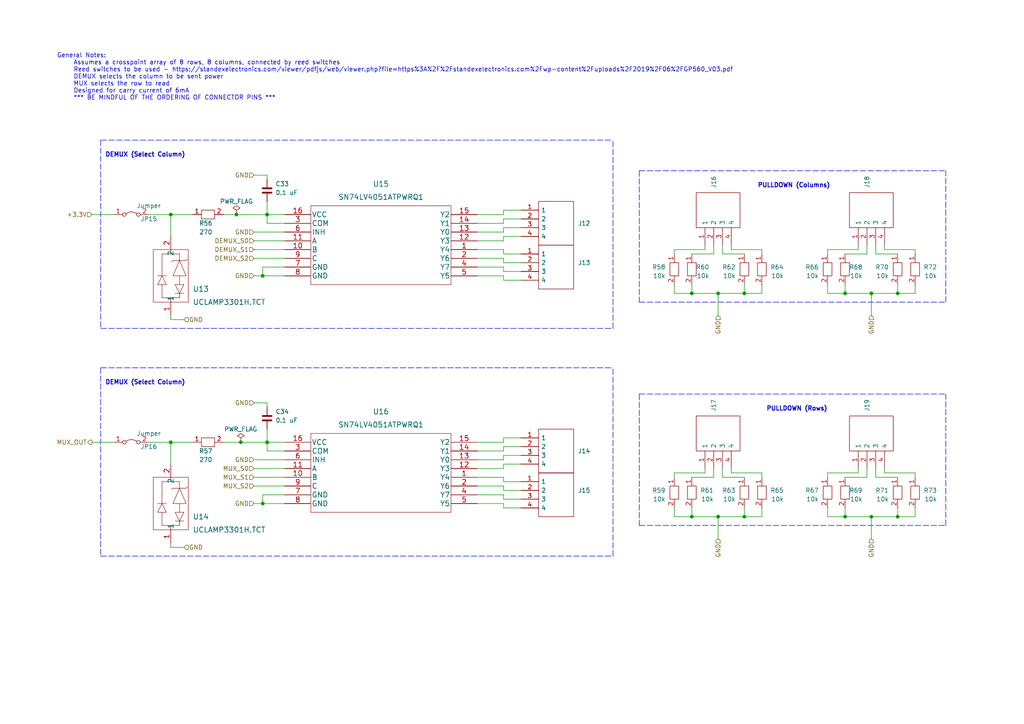
<source format=kicad_sch>
(kicad_sch (version 20211123) (generator eeschema)
  (paper "A4")
  (title_block (title "Sensor Network Subsystem") (company "The Great Gambit"))
  (lib_symbols
    (symbol "CL10B104KB8NNC:CL10B104KB8NNNC" (pin_numbers hide) (pin_names (offset 1.651) hide)
      (property "Reference" "C" (at 3.81 2.54 0))
      (property "Value" "CL10B104KB8NNNC" (at 3.81 -7.62 0))
      (symbol "CL10B104KB8NNNC_1_1"
        (polyline (pts (xy 2.54 -1.27) (xy 2.54 1.27)) (stroke (width 0.508)))
        (polyline (pts (xy 3.81 -1.27) (xy 3.81 1.27)) (stroke (width 0.508)))
        (pin passive line (at 0 0 0) (length 2.54) (name "1") (number "1"))
        (pin passive line (at 6.35 0 180) (length 2.54) (name "2") (number "2"))
      )
    )
    (symbol "OQ04325500000G:OQ0432500000G" (pin_names (offset 0.762))
      (property "Reference" "J" (at 16.51 7.62 0))
      (property "Value" "OQ0432500000G" (at 16.51 5.08 0))
      (symbol "OQ0432500000G_0_0"
        (pin passive line (at 0 0 0) (length 5.08) (name "1") (number "1"))
        (pin passive line (at 0 -2.54 0) (length 5.08) (name "2") (number "2"))
        (pin passive line (at 0 -5.08 0) (length 5.08) (name "3") (number "3"))
        (pin passive line (at 0 -7.62 0) (length 5.08) (name "4") (number "4"))
      )
      (symbol "OQ0432500000G_0_1"
        (polyline (pts (xy 5.08 2.54) (xy 15.24 2.54) (xy 15.24 -10.16) (xy 5.08 -10.16) (xy 5.08 2.54)) (stroke (width 0.1524)))
      )
    )
    (symbol "PH1-02-UA:PH1-02-UA"
      (property "Reference" "JP" (at 0 0 0))
      (property "Value" "PH1-02-UA" (at 0 0 0))
      (symbol "PH1-02-UA_0_0"
        (circle (center -2.032 2.54) (radius 0.508))
        (circle (center 2.032 2.54) (radius 0.508))
      )
      (symbol "PH1-02-UA_0_1"
        (arc (start 1.524 2.794) (mid 0 3.302) (end -1.524 2.794))
      )
      (symbol "PH1-02-UA_1_1"
        (pin passive line (at -5.08 2.54 0) (length 2.54) (name "") (number "1"))
        (pin passive line (at 5.08 2.54 180) (length 2.54) (name "") (number "2"))
      )
    )
    (symbol "RMCF1206FT10K0:10k" (pin_names (offset 0.762))
      (property "Reference" "R" (at 13.97 6.35 0))
      (property "Value" "10k" (at 13.97 3.81 0))
      (symbol "10k_0_0"
        (pin passive line (at 0 0 0) (length 2.45) (name "~") (number "1"))
        (pin passive line (at 8.89 0 180) (length 2.45) (name "~") (number "2"))
      )
      (symbol "10k_0_1"
        (polyline (pts (xy 2.54 1.27) (xy 6.35 1.27) (xy 6.35 -1.27) (xy 2.54 -1.27) (xy 2.54 1.27)) (stroke (width 0.1524)))
      )
    )
    (symbol "SDR10EZPJ271:SDR10EZPJ271" (pin_names (offset 0.762))
      (property "Reference" "R" (at 13.97 6.35 0))
      (property "Value" "SDR10EZPJ271" (at 13.97 3.81 0))
      (symbol "SDR10EZPJ271_0_0"
        (pin passive line (at 0 0 0) (length 2.45) (name "~") (number "1"))
        (pin passive line (at 8.89 0 180) (length 2.45) (name "~") (number "2"))
      )
      (symbol "SDR10EZPJ271_0_1"
        (polyline (pts (xy 2.54 1.27) (xy 6.35 1.27) (xy 6.35 -1.27) (xy 2.54 -1.27) (xy 2.54 1.27)) (stroke (width 0.1524)))
      )
    )
    (symbol "SN74LV4051ATPWRQ1:SN74LV4051ATPWRQ1" (pin_names (offset 0.254))
      (property "Reference" "U" (at 27.94 10.16 0))
      (property "Value" "SN74LV4051ATPWRQ1" (at 27.94 7.62 0))
      (symbol "SN74LV4051ATPWRQ1_1_1"
        (polyline (pts (xy 7.62 -17.78) (xy 48.26 -17.78)) (stroke (width 0.127)))
        (polyline (pts (xy 7.62 5.08) (xy 7.62 -17.78)) (stroke (width 0.127)))
        (polyline (pts (xy 48.26 -17.78) (xy 48.26 5.08)) (stroke (width 0.127)))
        (polyline (pts (xy 48.26 5.08) (xy 7.62 5.08)) (stroke (width 0.127)))
        (pin output line (at 55.88 -7.62 180) (length 7.62) (name "Y4") (number "1"))
        (pin input line (at 0 -7.62 0) (length 7.62) (name "B") (number "10"))
        (pin input line (at 0 -5.08 0) (length 7.62) (name "A") (number "11"))
        (pin output line (at 55.88 -5.08 180) (length 7.62) (name "Y3") (number "12"))
        (pin output line (at 55.88 -2.54 180) (length 7.62) (name "Y0") (number "13"))
        (pin output line (at 55.88 0 180) (length 7.62) (name "Y1") (number "14"))
        (pin output line (at 55.88 2.54 180) (length 7.62) (name "Y2") (number "15"))
        (pin power_in line (at 0 2.54 0) (length 7.62) (name "VCC") (number "16"))
        (pin output line (at 55.88 -10.16 180) (length 7.62) (name "Y6") (number "2"))
        (pin input line (at 0 0 0) (length 7.62) (name "COM") (number "3"))
        (pin output line (at 55.88 -12.7 180) (length 7.62) (name "Y7") (number "4"))
        (pin output line (at 55.88 -15.24 180) (length 7.62) (name "Y5") (number "5"))
        (pin input line (at 0 -2.54 0) (length 7.62) (name "INH") (number "6"))
        (pin power_in line (at 0 -12.7 0) (length 7.62) (name "GND") (number "7"))
        (pin power_in line (at 0 -15.24 0) (length 7.62) (name "GND") (number "8"))
        (pin input line (at 0 -10.16 0) (length 7.62) (name "C") (number "9"))
      )
    )
    (symbol "UCLAMP3301H-TCT:UCLAMP3301H.TCT" (pin_names (offset 0.254))
      (property "Reference" "U" (at 20.32 10.16 0))
      (property "Value" "UCLAMP3301H.TCT" (at 20.32 7.62 0))
      (symbol "UCLAMP3301H.TCT_0_1"
        (polyline (pts (xy 12.7 0) (xy 13.97 0)))
        (polyline (pts (xy 13.97 -2.54) (xy 15.24 -2.54)))
        (polyline (pts (xy 27.94 0) (xy 26.67 0)))
      )
      (symbol "UCLAMP3301H.TCT_1_1"
        (polyline (pts (xy 12.7 -5.08) (xy 27.94 -5.08)) (stroke (width 0.127)))
        (polyline (pts (xy 12.7 5.08) (xy 12.7 -5.08)) (stroke (width 0.127)))
        (polyline (pts (xy 13.97 0) (xy 13.97 -2.54)) (stroke (width 0.127)))
        (polyline (pts (xy 13.97 0) (xy 13.97 2.54)) (stroke (width 0.127)))
        (polyline (pts (xy 13.97 2.54) (xy 17.78 2.54)) (stroke (width 0.127)))
        (polyline (pts (xy 15.24 -2.54) (xy 15.24 -3.81)) (stroke (width 0.127)))
        (polyline (pts (xy 15.24 -2.54) (xy 15.24 -1.27)) (stroke (width 0.127)))
        (polyline (pts (xy 15.24 -2.54) (xy 17.78 -1.27)) (stroke (width 0.127)))
        (polyline (pts (xy 17.78 -3.81) (xy 15.24 -2.54)) (stroke (width 0.127)))
        (polyline (pts (xy 17.78 -2.54) (xy 20.32 -2.54)) (stroke (width 0.127)))
        (polyline (pts (xy 17.78 -1.27) (xy 17.78 -3.81)) (stroke (width 0.127)))
        (polyline (pts (xy 17.78 1.27) (xy 20.32 2.54)) (stroke (width 0.127)))
        (polyline (pts (xy 17.78 2.54) (xy 17.78 1.27)) (stroke (width 0.127)))
        (polyline (pts (xy 17.78 2.54) (xy 17.78 3.81)) (stroke (width 0.127)))
        (polyline (pts (xy 17.78 3.81) (xy 20.32 2.54)) (stroke (width 0.127)))
        (polyline (pts (xy 20.32 -4.445) (xy 24.765 -2.54)) (stroke (width 0.127)))
        (polyline (pts (xy 20.32 -2.54) (xy 20.32 -4.445)) (stroke (width 0.127)))
        (polyline (pts (xy 20.32 -2.54) (xy 20.32 -0.635)) (stroke (width 0.127)))
        (polyline (pts (xy 20.32 -0.635) (xy 24.765 -2.54)) (stroke (width 0.127)))
        (polyline (pts (xy 20.32 2.54) (xy 20.32 1.27)) (stroke (width 0.127)))
        (polyline (pts (xy 20.32 2.54) (xy 20.32 3.81)) (stroke (width 0.127)))
        (polyline (pts (xy 20.32 2.54) (xy 22.86 2.54)) (stroke (width 0.127)))
        (polyline (pts (xy 24.765 -4.445) (xy 24.765 -0.635)) (stroke (width 0.127)))
        (polyline (pts (xy 24.765 -4.445) (xy 25.146 -4.826)) (stroke (width 0.127)))
        (polyline (pts (xy 24.765 -2.54) (xy 26.67 -2.54)) (stroke (width 0.127)))
        (polyline (pts (xy 24.765 -0.635) (xy 24.384 -0.254)) (stroke (width 0.127)))
        (polyline (pts (xy 26.67 0) (xy 26.67 -2.54)) (stroke (width 0.127)))
        (polyline (pts (xy 26.67 0) (xy 26.67 2.54)) (stroke (width 0.127)))
        (polyline (pts (xy 26.67 2.54) (xy 22.86 2.54)) (stroke (width 0.127)))
        (polyline (pts (xy 27.94 -5.08) (xy 27.94 5.08)) (stroke (width 0.127)))
        (polyline (pts (xy 27.94 5.08) (xy 12.7 5.08)) (stroke (width 0.127)))
        (pin passive line (at 8.89 0 0) (length 3.8) (name "1") (number "1"))
        (pin passive line (at 31.75 0 180) (length 3.8) (name "2") (number "2"))
      )
    )
    (symbol "power:PWR_FLAG" (power) (pin_numbers hide) (pin_names (offset 0) hide)
      (property "Value" "PWR_FLAG" (at 0 3.81 0))
      (symbol "PWR_FLAG_0_0"
        (pin power_out line (at 0 0 90) (length 0) (name "pwr") (number "1"))
      )
      (symbol "PWR_FLAG_0_1"
        (polyline (pts (xy 0 0) (xy 0 1.27) (xy -1.016 1.905) (xy 0 2.54) (xy 1.016 1.905) (xy 0 1.27)))
      )
    )
  )
  (junction (at 215.9 149.86))
  (junction (at 252.73 149.86))
  (junction (at 245.11 85.09))
  (junction (at 260.35 85.09))
  (junction (at 252.73 85.09))
  (junction (at 260.35 149.86))
  (junction (at 208.28 85.09))
  (junction (at 77.47 128.27))
  (junction (at 208.28 149.86))
  (junction (at 200.66 149.86))
  (junction (at 49.53 128.27))
  (junction (at 215.9 85.09))
  (junction (at 49.53 62.23))
  (junction (at 76.2 146.05))
  (junction (at 76.2 80.01))
  (junction (at 200.66 85.09))
  (junction (at 245.11 149.86))
  (junction (at 69.85 128.27))
  (junction (at 77.47 62.23))
  (junction (at 68.58 62.23))
  (wire (pts (xy 207.01 138.43) (xy 207.01 135.89)))
  (wire (pts (xy 245.11 149.86) (xy 252.73 149.86)))
  (wire (pts (xy 208.28 149.86) (xy 215.9 149.86)))
  (wire (pts (xy 195.58 137.16) (xy 204.47 137.16)))
  (wire (pts (xy 138.43 133.35) (xy 146.05 133.35)))
  (wire (pts (xy 146.05 135.89) (xy 146.05 134.62)))
  (wire (pts (xy 245.11 138.43) (xy 251.46 138.43)))
  (polyline (pts (xy 185.42 114.3) (xy 274.32 114.3)))
  (wire (pts (xy 82.55 64.77) (xy 77.47 64.77)))
  (wire (pts (xy 146.05 140.97) (xy 146.05 142.24)))
  (wire (pts (xy 265.43 137.16) (xy 265.43 138.43)))
  (wire (pts (xy 77.47 50.8) (xy 73.66 50.8)))
  (wire (pts (xy 146.05 74.93) (xy 146.05 76.2)))
  (wire (pts (xy 248.92 137.16) (xy 248.92 135.89)))
  (wire (pts (xy 146.05 147.32) (xy 151.13 147.32)))
  (wire (pts (xy 76.2 80.01) (xy 73.66 80.01)))
  (wire (pts (xy 77.47 62.23) (xy 82.55 62.23)))
  (wire (pts (xy 73.66 135.89) (xy 82.55 135.89)))
  (wire (pts (xy 146.05 60.96) (xy 151.13 60.96)))
  (wire (pts (xy 207.01 73.66) (xy 207.01 71.12)))
  (wire (pts (xy 138.43 77.47) (xy 146.05 77.47)))
  (wire (pts (xy 77.47 116.84) (xy 73.66 116.84)))
  (wire (pts (xy 200.66 73.66) (xy 207.01 73.66)))
  (polyline (pts (xy 29.21 106.68) (xy 177.8 106.68)))
  (wire (pts (xy 49.53 92.71) (xy 53.34 92.71)))
  (wire (pts (xy 146.05 139.7) (xy 151.13 139.7)))
  (wire (pts (xy 212.09 137.16) (xy 220.98 137.16)))
  (wire (pts (xy 64.77 128.27) (xy 69.85 128.27)))
  (wire (pts (xy 251.46 138.43) (xy 251.46 135.89)))
  (wire (pts (xy 77.47 124.46) (xy 77.47 128.27)))
  (wire (pts (xy 138.43 135.89) (xy 146.05 135.89)))
  (wire (pts (xy 208.28 85.09) (xy 215.9 85.09)))
  (wire (pts (xy 146.05 130.81) (xy 146.05 129.54)))
  (wire (pts (xy 256.54 72.39) (xy 265.43 72.39)))
  (wire (pts (xy 138.43 64.77) (xy 146.05 64.77)))
  (wire (pts (xy 146.05 76.2) (xy 151.13 76.2)))
  (wire (pts (xy 146.05 80.01) (xy 146.05 81.28)))
  (polyline (pts (xy 274.32 152.4) (xy 274.32 114.3)))
  (wire (pts (xy 146.05 66.04) (xy 151.13 66.04)))
  (wire (pts (xy 69.85 128.27) (xy 77.47 128.27)))
  (wire (pts (xy 265.43 72.39) (xy 265.43 73.66)))
  (wire (pts (xy 195.58 149.86) (xy 200.66 149.86)))
  (polyline (pts (xy 185.42 87.63) (xy 274.32 87.63)))
  (wire (pts (xy 49.53 62.23) (xy 49.53 68.58)))
  (wire (pts (xy 138.43 138.43) (xy 146.05 138.43)))
  (wire (pts (xy 252.73 149.86) (xy 252.73 156.21)))
  (wire (pts (xy 82.55 77.47) (xy 76.2 77.47)))
  (wire (pts (xy 138.43 74.93) (xy 146.05 74.93)))
  (wire (pts (xy 256.54 71.12) (xy 256.54 72.39)))
  (wire (pts (xy 209.55 73.66) (xy 209.55 71.12)))
  (wire (pts (xy 26.67 62.23) (xy 33.02 62.23)))
  (wire (pts (xy 138.43 67.31) (xy 146.05 67.31)))
  (wire (pts (xy 138.43 80.01) (xy 146.05 80.01)))
  (wire (pts (xy 240.03 138.43) (xy 240.03 137.16)))
  (wire (pts (xy 49.53 91.44) (xy 49.53 92.71)))
  (wire (pts (xy 77.47 116.84) (xy 77.47 118.11)))
  (wire (pts (xy 260.35 149.86) (xy 265.43 149.86)))
  (wire (pts (xy 146.05 146.05) (xy 146.05 147.32)))
  (wire (pts (xy 77.47 128.27) (xy 82.55 128.27)))
  (polyline (pts (xy 177.8 161.29) (xy 177.8 106.68)))
  (wire (pts (xy 73.66 72.39) (xy 82.55 72.39)))
  (wire (pts (xy 254 73.66) (xy 260.35 73.66)))
  (wire (pts (xy 146.05 138.43) (xy 146.05 139.7)))
  (wire (pts (xy 204.47 72.39) (xy 204.47 71.12)))
  (wire (pts (xy 195.58 72.39) (xy 204.47 72.39)))
  (wire (pts (xy 256.54 137.16) (xy 265.43 137.16)))
  (wire (pts (xy 260.35 85.09) (xy 265.43 85.09)))
  (wire (pts (xy 146.05 63.5) (xy 151.13 63.5)))
  (wire (pts (xy 146.05 64.77) (xy 146.05 63.5)))
  (wire (pts (xy 252.73 85.09) (xy 260.35 85.09)))
  (wire (pts (xy 43.18 62.23) (xy 49.53 62.23)))
  (wire (pts (xy 195.58 82.55) (xy 195.58 85.09)))
  (wire (pts (xy 240.03 147.32) (xy 240.03 149.86)))
  (wire (pts (xy 73.66 69.85) (xy 82.55 69.85)))
  (wire (pts (xy 254 138.43) (xy 260.35 138.43)))
  (wire (pts (xy 76.2 146.05) (xy 82.55 146.05)))
  (polyline (pts (xy 274.32 87.63) (xy 274.32 49.53)))
  (wire (pts (xy 146.05 77.47) (xy 146.05 78.74)))
  (polyline (pts (xy 185.42 49.53) (xy 274.32 49.53)))
  (wire (pts (xy 146.05 142.24) (xy 151.13 142.24)))
  (wire (pts (xy 215.9 147.32) (xy 215.9 149.86)))
  (wire (pts (xy 76.2 80.01) (xy 82.55 80.01)))
  (wire (pts (xy 265.43 149.86) (xy 265.43 147.32)))
  (wire (pts (xy 245.11 85.09) (xy 252.73 85.09)))
  (wire (pts (xy 220.98 72.39) (xy 220.98 73.66)))
  (wire (pts (xy 146.05 134.62) (xy 151.13 134.62)))
  (wire (pts (xy 200.66 147.32) (xy 200.66 149.86)))
  (wire (pts (xy 200.66 149.86) (xy 208.28 149.86)))
  (wire (pts (xy 248.92 72.39) (xy 248.92 71.12)))
  (polyline (pts (xy 177.8 95.25) (xy 177.8 40.64)))
  (wire (pts (xy 138.43 146.05) (xy 146.05 146.05)))
  (wire (pts (xy 215.9 82.55) (xy 215.9 85.09)))
  (wire (pts (xy 76.2 143.51) (xy 76.2 146.05)))
  (wire (pts (xy 146.05 68.58) (xy 151.13 68.58)))
  (polyline (pts (xy 185.42 49.53) (xy 185.42 87.63)))
  (wire (pts (xy 146.05 72.39) (xy 146.05 73.66)))
  (wire (pts (xy 265.43 85.09) (xy 265.43 82.55)))
  (wire (pts (xy 260.35 147.32) (xy 260.35 149.86)))
  (wire (pts (xy 260.35 82.55) (xy 260.35 85.09)))
  (polyline (pts (xy 29.21 95.25) (xy 177.8 95.25)))
  (wire (pts (xy 77.47 50.8) (xy 77.47 52.07)))
  (wire (pts (xy 138.43 128.27) (xy 146.05 128.27)))
  (polyline (pts (xy 185.42 152.4) (xy 274.32 152.4)))
  (wire (pts (xy 49.53 128.27) (xy 49.53 134.62)))
  (wire (pts (xy 73.66 138.43) (xy 82.55 138.43)))
  (wire (pts (xy 73.66 74.93) (xy 82.55 74.93)))
  (wire (pts (xy 82.55 143.51) (xy 76.2 143.51)))
  (wire (pts (xy 195.58 138.43) (xy 195.58 137.16)))
  (wire (pts (xy 220.98 149.86) (xy 220.98 147.32)))
  (wire (pts (xy 209.55 138.43) (xy 209.55 135.89)))
  (polyline (pts (xy 185.42 114.3) (xy 185.42 152.4)))
  (wire (pts (xy 251.46 73.66) (xy 251.46 71.12)))
  (wire (pts (xy 220.98 137.16) (xy 220.98 138.43)))
  (wire (pts (xy 195.58 73.66) (xy 195.58 72.39)))
  (polyline (pts (xy 29.21 40.64) (xy 29.21 95.25)))
  (wire (pts (xy 245.11 73.66) (xy 251.46 73.66)))
  (wire (pts (xy 82.55 130.81) (xy 77.47 130.81)))
  (polyline (pts (xy 29.21 40.64) (xy 177.8 40.64)))
  (wire (pts (xy 77.47 64.77) (xy 77.47 62.23)))
  (wire (pts (xy 76.2 146.05) (xy 73.66 146.05)))
  (wire (pts (xy 200.66 85.09) (xy 208.28 85.09)))
  (wire (pts (xy 209.55 73.66) (xy 215.9 73.66)))
  (wire (pts (xy 26.67 128.27) (xy 33.02 128.27)))
  (wire (pts (xy 215.9 85.09) (xy 220.98 85.09)))
  (wire (pts (xy 254 73.66) (xy 254 71.12)))
  (wire (pts (xy 76.2 77.47) (xy 76.2 80.01)))
  (wire (pts (xy 240.03 72.39) (xy 248.92 72.39)))
  (wire (pts (xy 138.43 130.81) (xy 146.05 130.81)))
  (wire (pts (xy 146.05 81.28) (xy 151.13 81.28)))
  (wire (pts (xy 138.43 62.23) (xy 146.05 62.23)))
  (wire (pts (xy 146.05 67.31) (xy 146.05 66.04)))
  (wire (pts (xy 73.66 140.97) (xy 82.55 140.97)))
  (wire (pts (xy 208.28 149.86) (xy 208.28 156.21)))
  (wire (pts (xy 73.66 67.31) (xy 82.55 67.31)))
  (wire (pts (xy 138.43 72.39) (xy 146.05 72.39)))
  (wire (pts (xy 146.05 127) (xy 151.13 127)))
  (wire (pts (xy 212.09 71.12) (xy 212.09 72.39)))
  (wire (pts (xy 146.05 143.51) (xy 146.05 144.78)))
  (wire (pts (xy 49.53 62.23) (xy 55.88 62.23)))
  (wire (pts (xy 252.73 85.09) (xy 252.73 91.44)))
  (wire (pts (xy 245.11 147.32) (xy 245.11 149.86)))
  (wire (pts (xy 204.47 137.16) (xy 204.47 135.89)))
  (polyline (pts (xy 29.21 106.68) (xy 29.21 161.29)))
  (wire (pts (xy 240.03 85.09) (xy 245.11 85.09)))
  (wire (pts (xy 146.05 144.78) (xy 151.13 144.78)))
  (wire (pts (xy 138.43 69.85) (xy 146.05 69.85)))
  (wire (pts (xy 240.03 149.86) (xy 245.11 149.86)))
  (wire (pts (xy 146.05 73.66) (xy 151.13 73.66)))
  (wire (pts (xy 146.05 133.35) (xy 146.05 132.08)))
  (wire (pts (xy 146.05 129.54) (xy 151.13 129.54)))
  (wire (pts (xy 43.18 128.27) (xy 49.53 128.27)))
  (wire (pts (xy 146.05 62.23) (xy 146.05 60.96)))
  (wire (pts (xy 212.09 135.89) (xy 212.09 137.16)))
  (wire (pts (xy 146.05 69.85) (xy 146.05 68.58)))
  (wire (pts (xy 200.66 82.55) (xy 200.66 85.09)))
  (wire (pts (xy 254 138.43) (xy 254 135.89)))
  (wire (pts (xy 68.58 62.23) (xy 77.47 62.23)))
  (wire (pts (xy 77.47 58.42) (xy 77.47 62.23)))
  (wire (pts (xy 209.55 138.43) (xy 215.9 138.43)))
  (wire (pts (xy 146.05 78.74) (xy 151.13 78.74)))
  (wire (pts (xy 252.73 149.86) (xy 260.35 149.86)))
  (wire (pts (xy 195.58 147.32) (xy 195.58 149.86)))
  (wire (pts (xy 49.53 158.75) (xy 53.34 158.75)))
  (wire (pts (xy 64.77 62.23) (xy 68.58 62.23)))
  (polyline (pts (xy 29.21 161.29) (xy 177.8 161.29)))
  (wire (pts (xy 77.47 130.81) (xy 77.47 128.27)))
  (wire (pts (xy 49.53 128.27) (xy 55.88 128.27)))
  (wire (pts (xy 240.03 82.55) (xy 240.03 85.09)))
  (wire (pts (xy 245.11 82.55) (xy 245.11 85.09)))
  (wire (pts (xy 215.9 149.86) (xy 220.98 149.86)))
  (wire (pts (xy 195.58 85.09) (xy 200.66 85.09)))
  (wire (pts (xy 240.03 73.66) (xy 240.03 72.39)))
  (wire (pts (xy 138.43 140.97) (xy 146.05 140.97)))
  (wire (pts (xy 138.43 143.51) (xy 146.05 143.51)))
  (wire (pts (xy 146.05 132.08) (xy 151.13 132.08)))
  (wire (pts (xy 73.66 133.35) (xy 82.55 133.35)))
  (wire (pts (xy 146.05 128.27) (xy 146.05 127)))
  (wire (pts (xy 208.28 85.09) (xy 208.28 91.44)))
  (wire (pts (xy 212.09 72.39) (xy 220.98 72.39)))
  (wire (pts (xy 200.66 138.43) (xy 207.01 138.43)))
  (wire (pts (xy 49.53 157.48) (xy 49.53 158.75)))
  (wire (pts (xy 256.54 135.89) (xy 256.54 137.16)))
  (wire (pts (xy 240.03 137.16) (xy 248.92 137.16)))
  (wire (pts (xy 220.98 85.09) (xy 220.98 82.55)))
  (text "DEMUX (Select Column)" (at 30.48 45.72 0) (effects (font (size 1.27 1.27) (thickness 0.254) bold) (justify left bottom)))
  (text "General Notes:\n	Assumes a crosspoint array of 8 rows, 8 columns, connected by reed switches\n	Reed switches to be used - https://standexelectronics.com/viewer/pdfjs/web/viewer.php?file=https%3A%2F%2Fstandexelectronics.com%2Fwp-content%2Fuploads%2F2019%2F06%2FGP560_V03.pdf\n	DEMUX selects the column to be sent power\n	MUX selects the row to read\n	Designed for carry current of 6mA\n	*** BE MINDFUL OF THE ORDERING OF CONNECTOR PINS ***" (at 16.51 29.21 0) (effects (font (size 1.27 1.27)) (justify left bottom)))
  (text "DEMUX (Select Column)" (at 30.48 111.76 0) (effects (font (size 1.27 1.27) (thickness 0.254) bold) (justify left bottom)))
  (text "PULLDOWN (Columns)" (at 219.71 54.61 0) (effects (font (size 1.27 1.27) (thickness 0.254) bold) (justify left bottom)))
  (text "PULLDOWN (Rows)" (at 222.25 119.38 0) (effects (font (size 1.27 1.27) (thickness 0.254) bold) (justify left bottom)))
  (hierarchical_label "DEMUX_S0" (shape input) (at 73.66 69.85 180))
  (hierarchical_label "GND" (shape input) (at 73.66 50.8 180))
  (hierarchical_label "+3.3V" (shape input) (at 26.67 62.23 180))
  (hierarchical_label "DEMUX_S2" (shape input) (at 73.66 74.93 180))
  (hierarchical_label "GND" (shape input) (at 73.66 116.84 180))
  (hierarchical_label "GND" (shape input) (at 73.66 146.05 180))
  (hierarchical_label "GND" (shape input) (at 73.66 80.01 180))
  (hierarchical_label "MUX_S1" (shape input) (at 73.66 138.43 180))
  (hierarchical_label "GND" (shape input) (at 73.66 133.35 180))
  (hierarchical_label "GND" (shape input) (at 252.73 91.44 270))
  (hierarchical_label "GND" (shape input) (at 53.34 158.75 0))
  (hierarchical_label "GND" (shape input) (at 208.28 156.21 270))
  (hierarchical_label "DEMUX_S1" (shape input) (at 73.66 72.39 180))
  (hierarchical_label "MUX_OUT" (shape output) (at 26.67 128.27 180))
  (hierarchical_label "MUX_S0" (shape input) (at 73.66 135.89 180))
  (hierarchical_label "GND" (shape input) (at 53.34 92.71 0))
  (hierarchical_label "MUX_S2" (shape input) (at 73.66 140.97 180))
  (hierarchical_label "GND" (shape input) (at 208.28 91.44 270))
  (hierarchical_label "GND" (shape input) (at 73.66 67.31 180))
  (hierarchical_label "GND" (shape input) (at 252.73 156.21 270))
  (symbol (lib_id "RMCF1206FT10K0:10k") (at 265.43 138.43 270) (unit 1)
    (property "Reference" "R73" (at 271.78 142.24 90) (effects (justify right)))
    (property "Value" "10k" (at 271.78 144.78 90) (effects (justify right)))
    (property "Footprint" "RMCF1206FT10K0:RMCF1206FT10K0" (effects hide))
    (property "Datasheet" "https://www.seielect.com/catalog/sei-rmcf_rmcp.pdf" (effects hide))
    (property "Manufacturer's Part Number" "RMCF1206FT10K0" (effects hide))
    (property "Digikey Part Number" "RMCF1206FT10K0CT-ND" (effects hide))
    (property "Digikey Link" "https://www.digikey.com/en/products/detail/stackpole-electronics-inc/RMCF1206FT10K0/1759669" (effects hide))
  )
  (symbol (lib_id "RMCF1206FT10K0:10k") (at 260.35 138.43 270) (unit 1)
    (property "Reference" "R71" (at 257.81 142.24 90) (effects (justify right)))
    (property "Value" "10k" (at 257.81 144.78 90) (effects (justify right)))
    (property "Footprint" "RMCF1206FT10K0:RMCF1206FT10K0" (effects hide))
    (property "Datasheet" "https://www.seielect.com/catalog/sei-rmcf_rmcp.pdf" (effects hide))
    (property "Manufacturer's Part Number" "RMCF1206FT10K0" (effects hide))
    (property "Digikey Part Number" "RMCF1206FT10K0CT-ND" (effects hide))
    (property "Digikey Link" "https://www.digikey.com/en/products/detail/stackpole-electronics-inc/RMCF1206FT10K0/1759669" (effects hide))
  )
  (symbol (lib_id "PH1-02-UA:PH1-02-UA") (at 38.1 130.81 0) (unit 1)
    (property "Reference" "JP16" (at 43.18 129.54 0))
    (property "Value" "Jumper" (at 43.18 125.73 0))
    (property "Footprint" "TestPoint:TestPoint_2Pads_Pitch2.54mm_Drill0.8mm" (effects hide))
    (property "Datasheet" "https://app.adam-tech.com/products/download/data_sheet/201605/ph1-xx-ua-data-sheet.pdf" (effects hide))
    (property "Digikey Part Number" "2057-PH1-02-UA-ND" (effects hide))
    (property "Digikey Link" "https://www.digikey.com/en/products/detail/adam-tech/PH1-02-UA/9830266?s=N4IgTCBcDa4AwFYDsBaACgCQIwrmFAqgIIoByAIiALoC%2BQA" (effects hide))
    (property "Manufacturer's Part Number" "PH1-02-UA" (effects hide))
  )
  (symbol (lib_id "PH1-02-UA:PH1-02-UA") (at 38.1 64.77 0) (unit 1)
    (property "Reference" "JP15" (at 43.18 63.5 0))
    (property "Value" "Jumper" (at 43.18 59.69 0))
    (property "Footprint" "TestPoint:TestPoint_2Pads_Pitch2.54mm_Drill0.8mm" (effects hide))
    (property "Datasheet" "https://app.adam-tech.com/products/download/data_sheet/201605/ph1-xx-ua-data-sheet.pdf" (effects hide))
    (property "Digikey Part Number" "2057-PH1-02-UA-ND" (effects hide))
    (property "Digikey Link" "https://www.digikey.com/en/products/detail/adam-tech/PH1-02-UA/9830266?s=N4IgTCBcDa4AwFYDsBaACgCQIwrmFAqgIIoByAIiALoC%2BQA" (effects hide))
    (property "Manufacturer's Part Number" "PH1-02-UA" (effects hide))
  )
  (symbol (lib_id "power:PWR_FLAG") (at 68.58 62.23 0) (unit 1)
    (property "Reference" "#FLG0101" (effects hide))
    (property "Value" "PWR_FLAG" (at 68.58 58.42 0))
  )
  (symbol (lib_id "CL10B104KB8NNC:CL10B104KB8NNNC") (at 77.47 118.11 90) (mirror x) (unit 1)
    (property "Reference" "C34" (at 83.82 119.38 90) (effects (justify left)))
    (property "Value" "0.1 uF" (at 86.36 121.92 90) (effects (justify left)))
    (property "Footprint" "CL10B104KB8NNNC:CL10B104KB8NNNC" (effects hide))
    (property "Datasheet" "https://media.digikey.com/pdf/Data%20Sheets/Samsung%20PDFs/CL10B104KB8NNNC_Spec.pdf" (effects hide))
    (property "Manufacturer's Part Number" "CL10B104KB8NNNC" (effects hide))
    (property "Digikey Part Number" "1276-1000-1-ND" (effects hide))
    (property "Mouser Part Number" "187-CL10B104KB8NNNC" (effects hide))
    (property "Digikey Link" "https://www.digikey.com/en/products/detail/samsung-electro-mechanics/CL10B104KB8NNNC/3886658?s=N4IgTCBcDaIMIBkCMAGAQqgLAaTQDgDki4QBdAXyA" (effects hide))
    (property "Mouser Link" "https://www.mouser.com/ProductDetail/Samsung-Electro-Mechanics/CL10B104KB8NNNC?qs=349EhDEZ59rvGc2rLwVOdA%3D%3D" (effects hide))
  )
  (symbol (lib_id "OQ04325500000G:OQ0432500000G") (at 151.13 60.96 0) (unit 1)
    (property "Reference" "J12" (at 167.64 64.7699 0) (effects (justify left)))
    (property "Value" "OQ0432500000G" (effects hide))
    (property "Footprint" "OQ0432500000G:RHDR4W80P0X381_1X4_1540X700X920P" (effects hide))
    (property "Datasheet" "https://www.mouser.com/datasheet/2/18/1/Msay_ptCL4tp-1379199.pdf" (effects hide))
    (property "Mouser Part Number" "649-220107-D041A01LF" (effects hide))
    (property "Digikey Part Number" "609-3810-ND" (effects hide))
    (property "Digikey Link" "https://www.digikey.com/en/products/detail/amphenol-anytek/OQ0432500000G/2261265" (effects hide))
    (property "Mouser Link" "https://www.mouser.com/ProductDetail/Amphenol-Anytek/OQ0432500000G?qs=Mv7BduZupUhaPicvo3xrhg%3D%3D" (effects hide))
    (property "Manufacturer's Part Number" "OQ0432500000G" (effects hide))
  )
  (symbol (lib_id "RMCF1206FT10K0:10k") (at 260.35 73.66 270) (unit 1)
    (property "Reference" "R70" (at 257.81 77.47 90) (effects (justify right)))
    (property "Value" "10k" (at 257.81 80.01 90) (effects (justify right)))
    (property "Footprint" "RMCF1206FT10K0:RMCF1206FT10K0" (effects hide))
    (property "Datasheet" "https://www.seielect.com/catalog/sei-rmcf_rmcp.pdf" (effects hide))
    (property "Manufacturer's Part Number" "RMCF1206FT10K0" (effects hide))
    (property "Digikey Part Number" "RMCF1206FT10K0CT-ND" (effects hide))
    (property "Digikey Link" "https://www.digikey.com/en/products/detail/stackpole-electronics-inc/RMCF1206FT10K0/1759669" (effects hide))
  )
  (symbol (lib_id "RMCF1206FT10K0:10k") (at 195.58 73.66 270) (unit 1)
    (property "Reference" "R58" (at 193.04 77.47 90) (effects (justify right)))
    (property "Value" "10k" (at 193.04 80.01 90) (effects (justify right)))
    (property "Footprint" "RMCF1206FT10K0:RMCF1206FT10K0" (effects hide))
    (property "Datasheet" "https://www.seielect.com/catalog/sei-rmcf_rmcp.pdf" (effects hide))
    (property "Manufacturer's Part Number" "RMCF1206FT10K0" (effects hide))
    (property "Digikey Part Number" "RMCF1206FT10K0CT-ND" (effects hide))
    (property "Digikey Link" "https://www.digikey.com/en/products/detail/stackpole-electronics-inc/RMCF1206FT10K0/1759669" (effects hide))
  )
  (symbol (lib_id "UCLAMP3301H-TCT:UCLAMP3301H.TCT") (at 49.53 166.37 90) (unit 1)
    (property "Reference" "U14" (at 55.88 149.86 90) (effects (font (size 1.524 1.524)) (justify right)))
    (property "Value" "UCLAMP3301H.TCT" (at 55.88 153.67 90) (effects (font (size 1.524 1.524)) (justify right)))
    (property "Footprint" "UCLAMP3310H-TCT:UCLAMP3301H.TCT" (effects hide))
    (property "Datasheet" "https://semtech.my.salesforce.com/sfc/p/#E0000000JelG/a/44000000MDWf/s0KJxyOHQyYOcvBXVBK9X3X8Cxj1gNltZ2vd2k1S0Wo" (effects hide))
    (property "Digikey Part Number" "UCLAMP3301HDKR-ND" (effects hide))
    (property "Mouser Part Number" " 947-UCLAMP3301H.TCT " (effects hide))
    (property "Digikey Link" "https://www.digikey.com/en/products/detail/semtech-corporation/UCLAMP3301H-TCT/1000952" (effects hide))
    (property "Mouser Link" "https://www.mouser.com/ProductDetail/Semtech/UCLAMP3301H.TCT?qs=rBWM4%252BvDhIeimYmappCp5Q%3D%3D" (effects hide))
    (property "Manufacturer's Part Number" "UCLAMP3301H.TCT" (effects hide))
  )
  (symbol (lib_id "RMCF1206FT10K0:10k") (at 200.66 138.43 270) (unit 1)
    (property "Reference" "R61" (at 207.01 142.24 90) (effects (justify right)))
    (property "Value" "10k" (at 207.01 144.78 90) (effects (justify right)))
    (property "Footprint" "RMCF1206FT10K0:RMCF1206FT10K0" (effects hide))
    (property "Datasheet" "https://www.seielect.com/catalog/sei-rmcf_rmcp.pdf" (effects hide))
    (property "Manufacturer's Part Number" "RMCF1206FT10K0" (effects hide))
    (property "Digikey Part Number" "RMCF1206FT10K0CT-ND" (effects hide))
    (property "Digikey Link" "https://www.digikey.com/en/products/detail/stackpole-electronics-inc/RMCF1206FT10K0/1759669" (effects hide))
  )
  (symbol (lib_id "SDR10EZPJ271:SDR10EZPJ271") (at 55.88 62.23 0) (unit 1)
    (property "Reference" "R56" (at 59.69 64.77 0))
    (property "Value" "270" (at 59.69 67.31 0))
    (property "Footprint" "SDR10EZPJ271:RESC2012X65N" (effects hide))
    (property "Datasheet" "https://fscdn.rohm.com/en/products/databook/datasheet/passive/resistor/chip_resistor/sdr-e.pdf" (effects hide))
    (property "Manufacturer's Part Number" "SDR10EZPJ271" (effects hide))
    (property "Digikey Part Number" "511-SDR10EZPJ271CT-ND" (effects hide))
    (property "Mouser Part Number" " 755-SDR10EZPJ271" (effects hide))
    (property "Digikey Link" "https://www.digikey.com/en/products/detail/rohm-semiconductor/SDR10EZPJ271/16180210?s=N4IgTCBcDaIMoBEBKBGADAUQFoAUBSYA7CgAQgC6AvkA" (effects hide))
    (property "Mouser Link" "https://www.mouser.com/ProductDetail/ROHM-Semiconductor/SDR10EZPJ271?qs=MyNHzdoqoQIitTVxkpo4CQ%3D%3D" (effects hide))
  )
  (symbol (lib_id "RMCF1206FT10K0:10k") (at 215.9 73.66 270) (unit 1)
    (property "Reference" "R62" (at 213.36 77.47 90) (effects (justify right)))
    (property "Value" "10k" (at 213.36 80.01 90) (effects (justify right)))
    (property "Footprint" "RMCF1206FT10K0:RMCF1206FT10K0" (effects hide))
    (property "Datasheet" "https://www.seielect.com/catalog/sei-rmcf_rmcp.pdf" (effects hide))
    (property "Manufacturer's Part Number" "RMCF1206FT10K0" (effects hide))
    (property "Digikey Part Number" "RMCF1206FT10K0CT-ND" (effects hide))
    (property "Digikey Link" "https://www.digikey.com/en/products/detail/stackpole-electronics-inc/RMCF1206FT10K0/1759669" (effects hide))
  )
  (symbol (lib_id "SDR10EZPJ271:SDR10EZPJ271") (at 55.88 128.27 0) (unit 1)
    (property "Reference" "R57" (at 59.69 130.81 0))
    (property "Value" "270" (at 59.69 133.35 0))
    (property "Footprint" "SDR10EZPJ271:RESC2012X65N" (effects hide))
    (property "Datasheet" "https://fscdn.rohm.com/en/products/databook/datasheet/passive/resistor/chip_resistor/sdr-e.pdf" (effects hide))
    (property "Manufacturer's Part Number" "SDR10EZPJ271" (effects hide))
    (property "Digikey Part Number" "511-SDR10EZPJ271CT-ND" (effects hide))
    (property "Mouser Part Number" " 755-SDR10EZPJ271" (effects hide))
    (property "Digikey Link" "https://www.digikey.com/en/products/detail/rohm-semiconductor/SDR10EZPJ271/16180210?s=N4IgTCBcDaIMoBEBKBGADAUQFoAUBSYA7CgAQgC6AvkA" (effects hide))
    (property "Mouser Link" "https://www.mouser.com/ProductDetail/ROHM-Semiconductor/SDR10EZPJ271?qs=MyNHzdoqoQIitTVxkpo4CQ%3D%3D" (effects hide))
  )
  (symbol (lib_id "RMCF1206FT10K0:10k") (at 265.43 73.66 270) (unit 1)
    (property "Reference" "R72" (at 271.78 77.47 90) (effects (justify right)))
    (property "Value" "10k" (at 271.78 80.01 90) (effects (justify right)))
    (property "Footprint" "RMCF1206FT10K0:RMCF1206FT10K0" (effects hide))
    (property "Datasheet" "https://www.seielect.com/catalog/sei-rmcf_rmcp.pdf" (effects hide))
    (property "Manufacturer's Part Number" "RMCF1206FT10K0" (effects hide))
    (property "Digikey Part Number" "RMCF1206FT10K0CT-ND" (effects hide))
    (property "Digikey Link" "https://www.digikey.com/en/products/detail/stackpole-electronics-inc/RMCF1206FT10K0/1759669" (effects hide))
  )
  (symbol (lib_id "RMCF1206FT10K0:10k") (at 220.98 73.66 270) (unit 1)
    (property "Reference" "R64" (at 227.33 77.47 90) (effects (justify right)))
    (property "Value" "10k" (at 227.33 80.01 90) (effects (justify right)))
    (property "Footprint" "RMCF1206FT10K0:RMCF1206FT10K0" (effects hide))
    (property "Datasheet" "https://www.seielect.com/catalog/sei-rmcf_rmcp.pdf" (effects hide))
    (property "Manufacturer's Part Number" "RMCF1206FT10K0" (effects hide))
    (property "Digikey Part Number" "RMCF1206FT10K0CT-ND" (effects hide))
    (property "Digikey Link" "https://www.digikey.com/en/products/detail/stackpole-electronics-inc/RMCF1206FT10K0/1759669" (effects hide))
  )
  (symbol (lib_id "SN74LV4051ATPWRQ1:SN74LV4051ATPWRQ1") (at 82.55 64.77 0) (unit 1)
    (property "Reference" "U15" (at 110.49 53.34 0) (effects (font (size 1.524 1.524))))
    (property "Value" "SN74LV4051ATPWRQ1" (at 110.49 57.15 0) (effects (font (size 1.524 1.524))))
    (property "Footprint" "SN74LV4051ATPWRQ1:SN74LV4051ATPWRQ1" (effects hide))
    (property "Datasheet" "https://www.ti.com/lit/ds/symlink/sn74lv4051a-q1.pdf?HQS=dis-dk-null-digikeymode-dsf-pf-null-wwe&ts=1668217470253&ref_url=https%253A%252F%252Fwww.ti.com%252Fgeneral%252Fdocs%252Fsuppproductinfo.tsp%253FdistId%253D10%2526gotoUrl%253Dhttps%253A%252F%252Fwww.ti.com%252Flit%252Fgpn%252Fsn74lv4051a-q1" (effects hide))
    (property "Manufacturer's Part Number" "SN74LV4051ATPWRQ1" (effects hide))
    (property "Digikey Part Number" "296-19260-1-ND" (effects hide))
    (property "Mouser Part Number" " 595-SN74LV4051ATPWRQ " (effects hide))
    (property "Digikey Link" "https://www.digikey.com/en/products/detail/texas-instruments/SN74LV4051ATPWRQ1/864262" (effects hide))
    (property "Mouser Link" "https://www.mouser.com/ProductDetail/Texas-Instruments/SN74LV4051ATPWRQ1?qs=Dqy2GfToSoQdMFAuPwiuRw%3D%3D" (effects hide))
  )
  (symbol (lib_id "OQ04325500000G:OQ0432500000G") (at 151.13 127 0) (unit 1)
    (property "Reference" "J14" (at 167.64 130.8099 0) (effects (justify left)))
    (property "Value" "OQ0432500000G" (effects hide))
    (property "Footprint" "OQ0432500000G:RHDR4W80P0X381_1X4_1540X700X920P" (effects hide))
    (property "Datasheet" "https://www.mouser.com/datasheet/2/18/1/Msay_ptCL4tp-1379199.pdf" (effects hide))
    (property "Mouser Part Number" "649-220107-D041A01LF" (effects hide))
    (property "Digikey Part Number" "609-3810-ND" (effects hide))
    (property "Digikey Link" "https://www.digikey.com/en/products/detail/amphenol-anytek/OQ0432500000G/2261265" (effects hide))
    (property "Mouser Link" "https://www.mouser.com/ProductDetail/Amphenol-Anytek/OQ0432500000G?qs=Mv7BduZupUhaPicvo3xrhg%3D%3D" (effects hide))
    (property "Manufacturer's Part Number" "OQ0432500000G" (effects hide))
  )
  (symbol (lib_id "UCLAMP3301H-TCT:UCLAMP3301H.TCT") (at 49.53 100.33 90) (unit 1)
    (property "Reference" "U13" (at 55.88 83.82 90) (effects (font (size 1.524 1.524)) (justify right)))
    (property "Value" "UCLAMP3301H.TCT" (at 55.88 87.63 90) (effects (font (size 1.524 1.524)) (justify right)))
    (property "Footprint" "UCLAMP3310H-TCT:UCLAMP3301H.TCT" (effects hide))
    (property "Datasheet" "https://semtech.my.salesforce.com/sfc/p/#E0000000JelG/a/44000000MDWf/s0KJxyOHQyYOcvBXVBK9X3X8Cxj1gNltZ2vd2k1S0Wo" (effects hide))
    (property "Digikey Part Number" "UCLAMP3301HDKR-ND" (effects hide))
    (property "Mouser Part Number" " 947-UCLAMP3301H.TCT " (effects hide))
    (property "Digikey Link" "https://www.digikey.com/en/products/detail/semtech-corporation/UCLAMP3301H-TCT/1000952" (effects hide))
    (property "Mouser Link" "https://www.mouser.com/ProductDetail/Semtech/UCLAMP3301H.TCT?qs=rBWM4%252BvDhIeimYmappCp5Q%3D%3D" (effects hide))
    (property "Manufacturer's Part Number" "UCLAMP3301H.TCT" (effects hide))
  )
  (symbol (lib_id "OQ04325500000G:OQ0432500000G") (at 151.13 139.7 0) (unit 1)
    (property "Reference" "J15" (at 167.64 142.2399 0) (effects (justify left)))
    (property "Value" "OQ0432500000G" (effects hide))
    (property "Footprint" "OQ0432500000G:RHDR4W80P0X381_1X4_1540X700X920P" (effects hide))
    (property "Datasheet" "https://www.mouser.com/datasheet/2/18/1/Msay_ptCL4tp-1379199.pdf" (effects hide))
    (property "Mouser Part Number" "649-220107-D041A01LF" (effects hide))
    (property "Digikey Part Number" "609-3810-ND" (effects hide))
    (property "Digikey Link" "https://www.digikey.com/en/products/detail/amphenol-anytek/OQ0432500000G/2261265" (effects hide))
    (property "Mouser Link" "https://www.mouser.com/ProductDetail/Amphenol-Anytek/OQ0432500000G?qs=Mv7BduZupUhaPicvo3xrhg%3D%3D" (effects hide))
    (property "Manufacturer's Part Number" "OQ0432500000G" (effects hide))
  )
  (symbol (lib_id "RMCF1206FT10K0:10k") (at 245.11 73.66 270) (unit 1)
    (property "Reference" "R68" (at 250.19 77.47 90) (effects (justify right)))
    (property "Value" "10k" (at 250.19 80.01 90) (effects (justify right)))
    (property "Footprint" "RMCF1206FT10K0:RMCF1206FT10K0" (effects hide))
    (property "Datasheet" "https://www.seielect.com/catalog/sei-rmcf_rmcp.pdf" (effects hide))
    (property "Manufacturer's Part Number" "RMCF1206FT10K0" (effects hide))
    (property "Digikey Part Number" "RMCF1206FT10K0CT-ND" (effects hide))
    (property "Digikey Link" "https://www.digikey.com/en/products/detail/stackpole-electronics-inc/RMCF1206FT10K0/1759669" (effects hide))
  )
  (symbol (lib_id "RMCF1206FT10K0:10k") (at 215.9 138.43 270) (unit 1)
    (property "Reference" "R63" (at 213.36 142.24 90) (effects (justify right)))
    (property "Value" "10k" (at 213.36 144.78 90) (effects (justify right)))
    (property "Footprint" "RMCF1206FT10K0:RMCF1206FT10K0" (effects hide))
    (property "Datasheet" "https://www.seielect.com/catalog/sei-rmcf_rmcp.pdf" (effects hide))
    (property "Manufacturer's Part Number" "RMCF1206FT10K0" (effects hide))
    (property "Digikey Part Number" "RMCF1206FT10K0CT-ND" (effects hide))
    (property "Digikey Link" "https://www.digikey.com/en/products/detail/stackpole-electronics-inc/RMCF1206FT10K0/1759669" (effects hide))
  )
  (symbol (lib_id "SN74LV4051ATPWRQ1:SN74LV4051ATPWRQ1") (at 82.55 130.81 0) (unit 1)
    (property "Reference" "U16" (at 110.49 119.38 0) (effects (font (size 1.524 1.524))))
    (property "Value" "SN74LV4051ATPWRQ1" (at 110.49 123.19 0) (effects (font (size 1.524 1.524))))
    (property "Footprint" "SN74LV4051ATPWRQ1:SN74LV4051ATPWRQ1" (effects hide))
    (property "Datasheet" "https://www.ti.com/lit/ds/symlink/sn74lv4051a-q1.pdf?HQS=dis-dk-null-digikeymode-dsf-pf-null-wwe&ts=1668217470253&ref_url=https%253A%252F%252Fwww.ti.com%252Fgeneral%252Fdocs%252Fsuppproductinfo.tsp%253FdistId%253D10%2526gotoUrl%253Dhttps%253A%252F%252Fwww.ti.com%252Flit%252Fgpn%252Fsn74lv4051a-q1" (effects hide))
    (property "Manufacturer's Part Number" "SN74LV4051ATPWRQ1" (effects hide))
    (property "Digikey Part Number" "296-19260-1-ND" (effects hide))
    (property "Mouser Part Number" " 595-SN74LV4051ATPWRQ " (effects hide))
    (property "Digikey Link" "https://www.digikey.com/en/products/detail/texas-instruments/SN74LV4051ATPWRQ1/864262" (effects hide))
    (property "Mouser Link" "https://www.mouser.com/ProductDetail/Texas-Instruments/SN74LV4051ATPWRQ1?qs=Dqy2GfToSoQdMFAuPwiuRw%3D%3D" (effects hide))
  )
  (symbol (lib_id "power:PWR_FLAG") (at 69.85 128.27 0) (unit 1)
    (property "Reference" "#FLG0102" (effects hide))
    (property "Value" "PWR_FLAG" (at 69.85 124.46 0))
  )
  (symbol (lib_id "OQ04325500000G:OQ0432500000G") (at 248.92 135.89 90) (unit 1)
    (property "Reference" "J19" (at 251.4599 119.38 0) (effects (justify left)))
    (property "Value" "OQ0432500000G" (effects hide))
    (property "Footprint" "OQ0432500000G:RHDR4W80P0X381_1X4_1540X700X920P" (effects hide))
    (property "Datasheet" "https://www.mouser.com/datasheet/2/18/1/Msay_ptCL4tp-1379199.pdf" (effects hide))
    (property "Mouser Part Number" "649-220107-D041A01LF" (effects hide))
    (property "Digikey Part Number" "609-3810-ND" (effects hide))
    (property "Digikey Link" "https://www.digikey.com/en/products/detail/amphenol-anytek/OQ0432500000G/2261265" (effects hide))
    (property "Mouser Link" "https://www.mouser.com/ProductDetail/Amphenol-Anytek/OQ0432500000G?qs=Mv7BduZupUhaPicvo3xrhg%3D%3D" (effects hide))
    (property "Manufacturer's Part Number" "OQ0432500000G" (effects hide))
  )
  (symbol (lib_id "RMCF1206FT10K0:10k") (at 200.66 73.66 270) (unit 1)
    (property "Reference" "R60" (at 205.74 77.47 90) (effects (justify right)))
    (property "Value" "10k" (at 205.74 80.01 90) (effects (justify right)))
    (property "Footprint" "RMCF1206FT10K0:RMCF1206FT10K0" (effects hide))
    (property "Datasheet" "https://www.seielect.com/catalog/sei-rmcf_rmcp.pdf" (effects hide))
    (property "Manufacturer's Part Number" "RMCF1206FT10K0" (effects hide))
    (property "Digikey Part Number" "RMCF1206FT10K0CT-ND" (effects hide))
    (property "Digikey Link" "https://www.digikey.com/en/products/detail/stackpole-electronics-inc/RMCF1206FT10K0/1759669" (effects hide))
  )
  (symbol (lib_id "OQ04325500000G:OQ0432500000G") (at 204.47 135.89 90) (unit 1)
    (property "Reference" "J17" (at 207.0099 119.38 0) (effects (justify left)))
    (property "Value" "OQ0432500000G" (effects hide))
    (property "Footprint" "OQ0432500000G:RHDR4W80P0X381_1X4_1540X700X920P" (effects hide))
    (property "Datasheet" "https://www.mouser.com/datasheet/2/18/1/Msay_ptCL4tp-1379199.pdf" (effects hide))
    (property "Mouser Part Number" "649-220107-D041A01LF" (effects hide))
    (property "Digikey Part Number" "609-3810-ND" (effects hide))
    (property "Digikey Link" "https://www.digikey.com/en/products/detail/amphenol-anytek/OQ0432500000G/2261265" (effects hide))
    (property "Mouser Link" "https://www.mouser.com/ProductDetail/Amphenol-Anytek/OQ0432500000G?qs=Mv7BduZupUhaPicvo3xrhg%3D%3D" (effects hide))
    (property "Manufacturer's Part Number" "OQ0432500000G" (effects hide))
  )
  (symbol (lib_id "OQ04325500000G:OQ0432500000G") (at 248.92 71.12 90) (unit 1)
    (property "Reference" "J18" (at 251.4599 54.61 0) (effects (justify left)))
    (property "Value" "OQ0432500000G" (effects hide))
    (property "Footprint" "OQ0432500000G:RHDR4W80P0X381_1X4_1540X700X920P" (effects hide))
    (property "Datasheet" "https://www.mouser.com/datasheet/2/18/1/Msay_ptCL4tp-1379199.pdf" (effects hide))
    (property "Mouser Part Number" "649-220107-D041A01LF" (effects hide))
    (property "Digikey Part Number" "609-3810-ND" (effects hide))
    (property "Digikey Link" "https://www.digikey.com/en/products/detail/amphenol-anytek/OQ0432500000G/2261265" (effects hide))
    (property "Mouser Link" "https://www.mouser.com/ProductDetail/Amphenol-Anytek/OQ0432500000G?qs=Mv7BduZupUhaPicvo3xrhg%3D%3D" (effects hide))
    (property "Manufacturer's Part Number" "OQ0432500000G" (effects hide))
  )
  (symbol (lib_id "RMCF1206FT10K0:10k") (at 240.03 73.66 270) (unit 1)
    (property "Reference" "R66" (at 237.49 77.47 90) (effects (justify right)))
    (property "Value" "10k" (at 237.49 80.01 90) (effects (justify right)))
    (property "Footprint" "RMCF1206FT10K0:RMCF1206FT10K0" (effects hide))
    (property "Datasheet" "https://www.seielect.com/catalog/sei-rmcf_rmcp.pdf" (effects hide))
    (property "Manufacturer's Part Number" "RMCF1206FT10K0" (effects hide))
    (property "Digikey Part Number" "RMCF1206FT10K0CT-ND" (effects hide))
    (property "Digikey Link" "https://www.digikey.com/en/products/detail/stackpole-electronics-inc/RMCF1206FT10K0/1759669" (effects hide))
  )
  (symbol (lib_id "RMCF1206FT10K0:10k") (at 245.11 138.43 270) (unit 1)
    (property "Reference" "R69" (at 250.19 142.24 90) (effects (justify right)))
    (property "Value" "10k" (at 250.19 144.78 90) (effects (justify right)))
    (property "Footprint" "RMCF1206FT10K0:RMCF1206FT10K0" (effects hide))
    (property "Datasheet" "https://www.seielect.com/catalog/sei-rmcf_rmcp.pdf" (effects hide))
    (property "Manufacturer's Part Number" "RMCF1206FT10K0" (effects hide))
    (property "Digikey Part Number" "RMCF1206FT10K0CT-ND" (effects hide))
    (property "Digikey Link" "https://www.digikey.com/en/products/detail/stackpole-electronics-inc/RMCF1206FT10K0/1759669" (effects hide))
  )
  (symbol (lib_id "OQ04325500000G:OQ0432500000G") (at 151.13 73.66 0) (unit 1)
    (property "Reference" "J13" (at 167.64 76.1999 0) (effects (justify left)))
    (property "Value" "OQ0432500000G" (effects hide))
    (property "Footprint" "OQ0432500000G:RHDR4W80P0X381_1X4_1540X700X920P" (effects hide))
    (property "Datasheet" "https://www.mouser.com/datasheet/2/18/1/Msay_ptCL4tp-1379199.pdf" (effects hide))
    (property "Mouser Part Number" "649-220107-D041A01LF" (effects hide))
    (property "Digikey Part Number" "609-3810-ND" (effects hide))
    (property "Digikey Link" "https://www.digikey.com/en/products/detail/amphenol-anytek/OQ0432500000G/2261265" (effects hide))
    (property "Mouser Link" "https://www.mouser.com/ProductDetail/Amphenol-Anytek/OQ0432500000G?qs=Mv7BduZupUhaPicvo3xrhg%3D%3D" (effects hide))
    (property "Manufacturer's Part Number" "OQ0432500000G" (effects hide))
  )
  (symbol (lib_id "RMCF1206FT10K0:10k") (at 220.98 138.43 270) (unit 1)
    (property "Reference" "R65" (at 227.33 142.24 90) (effects (justify right)))
    (property "Value" "10k" (at 227.33 144.78 90) (effects (justify right)))
    (property "Footprint" "RMCF1206FT10K0:RMCF1206FT10K0" (effects hide))
    (property "Datasheet" "https://www.seielect.com/catalog/sei-rmcf_rmcp.pdf" (effects hide))
    (property "Manufacturer's Part Number" "RMCF1206FT10K0" (effects hide))
    (property "Digikey Part Number" "RMCF1206FT10K0CT-ND" (effects hide))
    (property "Digikey Link" "https://www.digikey.com/en/products/detail/stackpole-electronics-inc/RMCF1206FT10K0/1759669" (effects hide))
  )
  (symbol (lib_id "RMCF1206FT10K0:10k") (at 240.03 138.43 270) (unit 1)
    (property "Reference" "R67" (at 237.49 142.24 90) (effects (justify right)))
    (property "Value" "10k" (at 237.49 144.78 90) (effects (justify right)))
    (property "Footprint" "RMCF1206FT10K0:RMCF1206FT10K0" (effects hide))
    (property "Datasheet" "https://www.seielect.com/catalog/sei-rmcf_rmcp.pdf" (effects hide))
    (property "Manufacturer's Part Number" "RMCF1206FT10K0" (effects hide))
    (property "Digikey Part Number" "RMCF1206FT10K0CT-ND" (effects hide))
    (property "Digikey Link" "https://www.digikey.com/en/products/detail/stackpole-electronics-inc/RMCF1206FT10K0/1759669" (effects hide))
  )
  (symbol (lib_id "RMCF1206FT10K0:10k") (at 195.58 138.43 270) (unit 1)
    (property "Reference" "R59" (at 193.04 142.24 90) (effects (justify right)))
    (property "Value" "10k" (at 193.04 144.78 90) (effects (justify right)))
    (property "Footprint" "RMCF1206FT10K0:RMCF1206FT10K0" (effects hide))
    (property "Datasheet" "https://www.seielect.com/catalog/sei-rmcf_rmcp.pdf" (effects hide))
    (property "Manufacturer's Part Number" "RMCF1206FT10K0" (effects hide))
    (property "Digikey Part Number" "RMCF1206FT10K0CT-ND" (effects hide))
    (property "Digikey Link" "https://www.digikey.com/en/products/detail/stackpole-electronics-inc/RMCF1206FT10K0/1759669" (effects hide))
  )
  (symbol (lib_id "CL10B104KB8NNC:CL10B104KB8NNNC") (at 77.47 52.07 90) (mirror x) (unit 1)
    (property "Reference" "C33" (at 83.82 53.34 90) (effects (justify left)))
    (property "Value" "0.1 uF" (at 86.36 55.88 90) (effects (justify left)))
    (property "Footprint" "CL10B104KB8NNNC:CL10B104KB8NNNC" (effects hide))
    (property "Datasheet" "https://media.digikey.com/pdf/Data%20Sheets/Samsung%20PDFs/CL10B104KB8NNNC_Spec.pdf" (effects hide))
    (property "Manufacturer's Part Number" "CL10B104KB8NNNC" (effects hide))
    (property "Digikey Part Number" "1276-1000-1-ND" (effects hide))
    (property "Mouser Part Number" "187-CL10B104KB8NNNC" (effects hide))
    (property "Digikey Link" "https://www.digikey.com/en/products/detail/samsung-electro-mechanics/CL10B104KB8NNNC/3886658?s=N4IgTCBcDaIMIBkCMAGAQqgLAaTQDgDki4QBdAXyA" (effects hide))
    (property "Mouser Link" "https://www.mouser.com/ProductDetail/Samsung-Electro-Mechanics/CL10B104KB8NNNC?qs=349EhDEZ59rvGc2rLwVOdA%3D%3D" (effects hide))
  )
  (symbol (lib_id "OQ04325500000G:OQ0432500000G") (at 204.47 71.12 90) (unit 1)
    (property "Reference" "J16" (at 207.0099 54.61 0) (effects (justify left)))
    (property "Value" "OQ0432500000G" (effects hide))
    (property "Footprint" "OQ0432500000G:RHDR4W80P0X381_1X4_1540X700X920P" (effects hide))
    (property "Datasheet" "https://www.mouser.com/datasheet/2/18/1/Msay_ptCL4tp-1379199.pdf" (effects hide))
    (property "Mouser Part Number" "649-220107-D041A01LF" (effects hide))
    (property "Digikey Part Number" "609-3810-ND" (effects hide))
    (property "Digikey Link" "https://www.digikey.com/en/products/detail/amphenol-anytek/OQ0432500000G/2261265" (effects hide))
    (property "Mouser Link" "https://www.mouser.com/ProductDetail/Amphenol-Anytek/OQ0432500000G?qs=Mv7BduZupUhaPicvo3xrhg%3D%3D" (effects hide))
    (property "Manufacturer's Part Number" "OQ0432500000G" (effects hide))
  )
)
</source>
